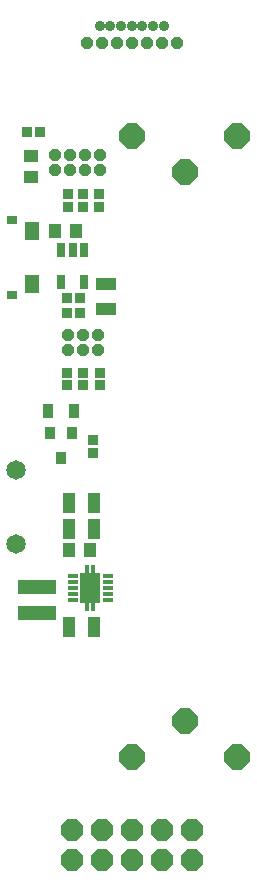
<source format=gts>
G75*
%MOIN*%
%OFA0B0*%
%FSLAX25Y25*%
%IPPOS*%
%LPD*%
%AMOC8*
5,1,8,0,0,1.08239X$1,22.5*
%
%ADD10OC8,0.07200*%
%ADD11OC8,0.03848*%
%ADD12R,0.07096X0.10049*%
%ADD13R,0.03750X0.01702*%
%ADD14R,0.01702X0.03356*%
%ADD15R,0.12608X0.05088*%
%ADD16R,0.04400X0.06600*%
%ADD17R,0.04100X0.04800*%
%ADD18C,0.06506*%
%ADD19R,0.03300X0.03600*%
%ADD20R,0.04800X0.04100*%
%ADD21OC8,0.08400*%
%ADD22R,0.03600X0.04600*%
%ADD23R,0.03600X0.03300*%
%ADD24R,0.03750X0.04143*%
%ADD25R,0.03750X0.02962*%
%ADD26R,0.04734X0.06309*%
%ADD27R,0.06600X0.04400*%
%ADD28OC8,0.04143*%
%ADD29R,0.02765X0.04537*%
%ADD30C,0.03553*%
D10*
X0094681Y0066374D03*
X0094681Y0076374D03*
X0104681Y0076374D03*
X0104681Y0066374D03*
X0114681Y0066374D03*
X0114681Y0076374D03*
X0124681Y0076374D03*
X0124681Y0066374D03*
X0134681Y0066374D03*
X0134681Y0076374D03*
D11*
X0129681Y0338736D03*
X0124681Y0338736D03*
X0119681Y0338736D03*
X0114681Y0338736D03*
X0109681Y0338736D03*
X0104681Y0338736D03*
X0099681Y0338736D03*
D12*
X0100902Y0157004D03*
D13*
X0095094Y0157004D03*
X0095094Y0158972D03*
X0095094Y0160941D03*
X0095094Y0155035D03*
X0095094Y0153067D03*
X0106709Y0153067D03*
X0106709Y0155035D03*
X0106709Y0157004D03*
X0106709Y0158972D03*
X0106709Y0160941D03*
D14*
X0101886Y0163106D03*
X0099917Y0163106D03*
X0099917Y0150902D03*
X0101886Y0150902D03*
D15*
X0083185Y0148736D03*
X0083185Y0157398D03*
D16*
X0093849Y0144209D03*
X0102049Y0144209D03*
X0102049Y0176689D03*
X0102049Y0185547D03*
X0093849Y0185547D03*
X0093849Y0176689D03*
D17*
X0093840Y0169642D03*
X0100640Y0169642D03*
X0096034Y0275902D03*
X0089234Y0275902D03*
D18*
X0076295Y0196374D03*
X0076295Y0171768D03*
D19*
X0093290Y0248736D03*
X0093290Y0253854D03*
X0097490Y0253854D03*
X0097490Y0248736D03*
X0084104Y0309169D03*
X0079904Y0309169D03*
D20*
X0081020Y0300955D03*
X0081020Y0294155D03*
D21*
X0114898Y0307713D03*
X0132398Y0295713D03*
X0149898Y0307713D03*
X0132398Y0112713D03*
X0149898Y0100713D03*
X0114898Y0100713D03*
D22*
X0095459Y0216059D03*
X0086659Y0216059D03*
D23*
X0093028Y0224589D03*
X0093028Y0228789D03*
X0098539Y0228789D03*
X0098539Y0224589D03*
X0104051Y0224589D03*
X0104051Y0228789D03*
X0101886Y0206348D03*
X0101886Y0202148D03*
X0103657Y0284038D03*
X0103657Y0288238D03*
X0098539Y0288238D03*
X0098539Y0284038D03*
X0093421Y0284038D03*
X0093421Y0288238D03*
D24*
X0094799Y0208579D03*
X0091059Y0200311D03*
X0087319Y0208579D03*
D25*
X0074720Y0254642D03*
X0074720Y0279839D03*
D26*
X0081512Y0276197D03*
X0081512Y0258283D03*
D27*
X0106020Y0258348D03*
X0106020Y0250148D03*
D28*
X0103539Y0241394D03*
X0103539Y0236394D03*
X0098539Y0236394D03*
X0098539Y0241394D03*
X0093539Y0241394D03*
X0093539Y0236394D03*
X0094071Y0296236D03*
X0094071Y0301236D03*
X0089071Y0301236D03*
X0089071Y0296236D03*
X0099071Y0296236D03*
X0099071Y0301236D03*
X0104071Y0301236D03*
X0104071Y0296236D03*
D29*
X0098736Y0269799D03*
X0094996Y0269799D03*
X0091256Y0269799D03*
X0091256Y0259169D03*
X0098736Y0259169D03*
D30*
X0104051Y0344406D03*
X0107594Y0344406D03*
X0111138Y0344406D03*
X0114681Y0344406D03*
X0118224Y0344406D03*
X0121768Y0344406D03*
X0125311Y0344406D03*
M02*

</source>
